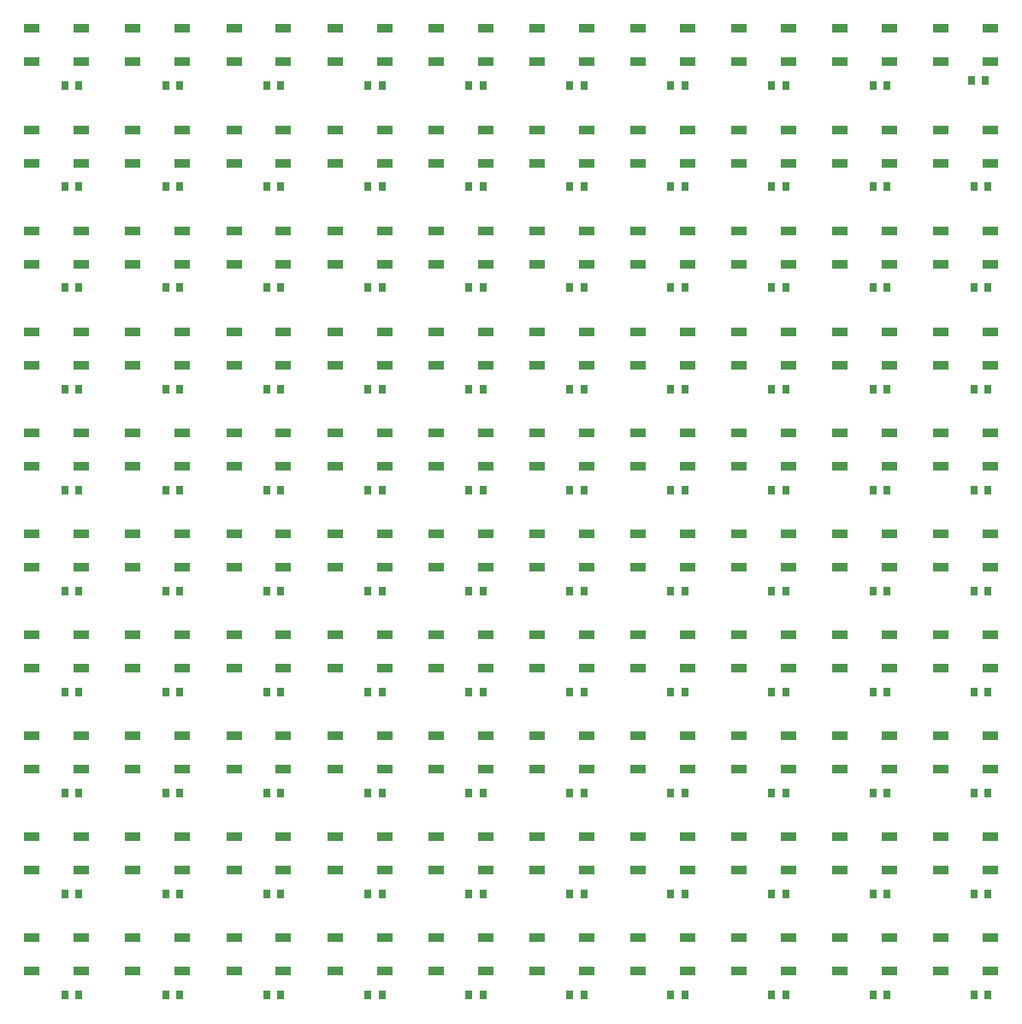
<source format=gtp>
G04*
G04 #@! TF.GenerationSoftware,Altium Limited,CircuitStudio,1.5.2 (30)*
G04*
G04 Layer_Color=7318015*
%FSLAX42Y42*%
%MOMM*%
G71*
G01*
G75*
%ADD10R,0.80X0.90*%
%ADD11R,1.50X0.90*%
D10*
X12195Y11750D02*
D03*
X12055D02*
D03*
X11220Y11700D02*
D03*
X11080D02*
D03*
X10220D02*
D03*
X10080D02*
D03*
X9220D02*
D03*
X9080D02*
D03*
X8220D02*
D03*
X8080D02*
D03*
X7220D02*
D03*
X7080D02*
D03*
X6220D02*
D03*
X6080D02*
D03*
X5220D02*
D03*
X5080D02*
D03*
X4220D02*
D03*
X4080D02*
D03*
X3220D02*
D03*
X3080D02*
D03*
X12220Y10700D02*
D03*
X12080D02*
D03*
X11220D02*
D03*
X11080D02*
D03*
X10220D02*
D03*
X10080D02*
D03*
X9220D02*
D03*
X9080D02*
D03*
X8220D02*
D03*
X8080D02*
D03*
X6220D02*
D03*
X6080D02*
D03*
X5220D02*
D03*
X5080D02*
D03*
X4220D02*
D03*
X4080D02*
D03*
X3220D02*
D03*
X3080D02*
D03*
X12220Y9700D02*
D03*
X12080D02*
D03*
X11220D02*
D03*
X11080D02*
D03*
X10220D02*
D03*
X10080D02*
D03*
X9220D02*
D03*
X9080D02*
D03*
X8220D02*
D03*
X8080D02*
D03*
X7220D02*
D03*
X7080D02*
D03*
X6220D02*
D03*
X6080D02*
D03*
X5220D02*
D03*
X5080D02*
D03*
X4220D02*
D03*
X4080D02*
D03*
X3220D02*
D03*
X3080D02*
D03*
X12220Y8700D02*
D03*
X12080D02*
D03*
X11220D02*
D03*
X11080D02*
D03*
X10220D02*
D03*
X10080D02*
D03*
X9220D02*
D03*
X9080D02*
D03*
X8220D02*
D03*
X8080D02*
D03*
X7220D02*
D03*
X7080D02*
D03*
X6220D02*
D03*
X6080D02*
D03*
X5220D02*
D03*
X5080D02*
D03*
X4220D02*
D03*
X4080D02*
D03*
X3220D02*
D03*
X3080D02*
D03*
X12220Y7700D02*
D03*
X12080D02*
D03*
X11220D02*
D03*
X11080D02*
D03*
X10220D02*
D03*
X10080D02*
D03*
X9220D02*
D03*
X9080D02*
D03*
X8220D02*
D03*
X8080D02*
D03*
X7220D02*
D03*
X7080D02*
D03*
X6220D02*
D03*
X6080D02*
D03*
X5220D02*
D03*
X5080D02*
D03*
X4220D02*
D03*
X4080D02*
D03*
X3220D02*
D03*
X3080D02*
D03*
X12220Y6700D02*
D03*
X12080D02*
D03*
X11220D02*
D03*
X11080D02*
D03*
X10220D02*
D03*
X10080D02*
D03*
X9220D02*
D03*
X9080D02*
D03*
X8220D02*
D03*
X8080D02*
D03*
X7220D02*
D03*
X7080D02*
D03*
X6220D02*
D03*
X6080D02*
D03*
X5220D02*
D03*
X5080D02*
D03*
X4220D02*
D03*
X4080D02*
D03*
X3220D02*
D03*
X3080D02*
D03*
X12220Y5700D02*
D03*
X12080D02*
D03*
X11220D02*
D03*
X11080D02*
D03*
X10220D02*
D03*
X10080D02*
D03*
X9220D02*
D03*
X9080D02*
D03*
X8220D02*
D03*
X8080D02*
D03*
X7220D02*
D03*
X7080D02*
D03*
X6220D02*
D03*
X6080D02*
D03*
X5220D02*
D03*
X5080D02*
D03*
X4220D02*
D03*
X4080D02*
D03*
X3220D02*
D03*
X3080D02*
D03*
X12220Y4700D02*
D03*
X12080D02*
D03*
X11220D02*
D03*
X11080D02*
D03*
X10220D02*
D03*
X10080D02*
D03*
X9220D02*
D03*
X9080D02*
D03*
X8220D02*
D03*
X8080D02*
D03*
X7220D02*
D03*
X7080D02*
D03*
X6220D02*
D03*
X6080D02*
D03*
X5220D02*
D03*
X5080D02*
D03*
X4220D02*
D03*
X4080D02*
D03*
X3220D02*
D03*
X3080D02*
D03*
X12220Y3700D02*
D03*
X12080D02*
D03*
X11220D02*
D03*
X11080D02*
D03*
X10220D02*
D03*
X10080D02*
D03*
X9220D02*
D03*
X9080D02*
D03*
X8220D02*
D03*
X8080D02*
D03*
X7220D02*
D03*
X7080D02*
D03*
X6220D02*
D03*
X6080D02*
D03*
X5220D02*
D03*
X5080D02*
D03*
X4220D02*
D03*
X4080D02*
D03*
X3220D02*
D03*
X3080D02*
D03*
X12220Y2700D02*
D03*
X12080D02*
D03*
X11220D02*
D03*
X11080D02*
D03*
X10220D02*
D03*
X10080D02*
D03*
X9220D02*
D03*
X9080D02*
D03*
X8220D02*
D03*
X8080D02*
D03*
X7220D02*
D03*
X7080D02*
D03*
X6220D02*
D03*
X6080D02*
D03*
X5220D02*
D03*
X5080D02*
D03*
X4220D02*
D03*
X4080D02*
D03*
X3220D02*
D03*
X3080D02*
D03*
X7220Y10700D02*
D03*
X7080D02*
D03*
D11*
X3755Y3265D02*
D03*
Y2935D02*
D03*
X4245Y3265D02*
D03*
Y2935D02*
D03*
X2755Y12265D02*
D03*
Y11935D02*
D03*
X3245Y12265D02*
D03*
Y11935D02*
D03*
X11755Y12265D02*
D03*
Y11935D02*
D03*
X12245Y12265D02*
D03*
Y11935D02*
D03*
X10755Y12265D02*
D03*
Y11935D02*
D03*
X11245Y12265D02*
D03*
Y11935D02*
D03*
X9755Y12265D02*
D03*
Y11935D02*
D03*
X10245Y12265D02*
D03*
Y11935D02*
D03*
X8755Y12265D02*
D03*
Y11935D02*
D03*
X9245Y12265D02*
D03*
Y11935D02*
D03*
X7755Y12265D02*
D03*
Y11935D02*
D03*
X8245Y12265D02*
D03*
Y11935D02*
D03*
X6755Y12265D02*
D03*
Y11935D02*
D03*
X7245Y12265D02*
D03*
Y11935D02*
D03*
X5755Y12265D02*
D03*
Y11935D02*
D03*
X6245Y12265D02*
D03*
Y11935D02*
D03*
X4755Y12265D02*
D03*
Y11935D02*
D03*
X5245Y12265D02*
D03*
Y11935D02*
D03*
X3755Y12265D02*
D03*
Y11935D02*
D03*
X4245Y12265D02*
D03*
Y11935D02*
D03*
X2755Y11265D02*
D03*
Y10935D02*
D03*
X3245Y11265D02*
D03*
Y10935D02*
D03*
X11755Y11265D02*
D03*
Y10935D02*
D03*
X12245Y11265D02*
D03*
Y10935D02*
D03*
X10755Y11265D02*
D03*
Y10935D02*
D03*
X11245Y11265D02*
D03*
Y10935D02*
D03*
X9755Y11265D02*
D03*
Y10935D02*
D03*
X10245Y11265D02*
D03*
Y10935D02*
D03*
X8755Y11265D02*
D03*
Y10935D02*
D03*
X9245Y11265D02*
D03*
Y10935D02*
D03*
X7755Y11265D02*
D03*
Y10935D02*
D03*
X8245Y11265D02*
D03*
Y10935D02*
D03*
X6755Y11265D02*
D03*
Y10935D02*
D03*
X7245Y11265D02*
D03*
Y10935D02*
D03*
X5755Y11265D02*
D03*
Y10935D02*
D03*
X6245Y11265D02*
D03*
Y10935D02*
D03*
X4755Y11265D02*
D03*
Y10935D02*
D03*
X5245Y11265D02*
D03*
Y10935D02*
D03*
X3755Y11265D02*
D03*
Y10935D02*
D03*
X4245Y11265D02*
D03*
Y10935D02*
D03*
X2755Y10265D02*
D03*
Y9935D02*
D03*
X3245Y10265D02*
D03*
Y9935D02*
D03*
X11755Y10265D02*
D03*
Y9935D02*
D03*
X12245Y10265D02*
D03*
Y9935D02*
D03*
X10755Y10265D02*
D03*
Y9935D02*
D03*
X11245Y10265D02*
D03*
Y9935D02*
D03*
X9755Y10265D02*
D03*
Y9935D02*
D03*
X10245Y10265D02*
D03*
Y9935D02*
D03*
X8755Y10265D02*
D03*
Y9935D02*
D03*
X9245Y10265D02*
D03*
Y9935D02*
D03*
X7755Y10265D02*
D03*
Y9935D02*
D03*
X8245Y10265D02*
D03*
Y9935D02*
D03*
X6755Y10265D02*
D03*
Y9935D02*
D03*
X7245Y10265D02*
D03*
Y9935D02*
D03*
X5755Y10265D02*
D03*
Y9935D02*
D03*
X6245Y10265D02*
D03*
Y9935D02*
D03*
X4755Y10265D02*
D03*
Y9935D02*
D03*
X5245Y10265D02*
D03*
Y9935D02*
D03*
X3755Y10265D02*
D03*
Y9935D02*
D03*
X4245Y10265D02*
D03*
Y9935D02*
D03*
X2755Y9265D02*
D03*
Y8935D02*
D03*
X3245Y9265D02*
D03*
Y8935D02*
D03*
X11755Y9265D02*
D03*
Y8935D02*
D03*
X12245Y9265D02*
D03*
Y8935D02*
D03*
X10755Y9265D02*
D03*
Y8935D02*
D03*
X11245Y9265D02*
D03*
Y8935D02*
D03*
X9755Y9265D02*
D03*
Y8935D02*
D03*
X10245Y9265D02*
D03*
Y8935D02*
D03*
X8755Y9265D02*
D03*
Y8935D02*
D03*
X9245Y9265D02*
D03*
Y8935D02*
D03*
X7755Y9265D02*
D03*
Y8935D02*
D03*
X8245Y9265D02*
D03*
Y8935D02*
D03*
X6755Y9265D02*
D03*
Y8935D02*
D03*
X7245Y9265D02*
D03*
Y8935D02*
D03*
X5755Y9265D02*
D03*
Y8935D02*
D03*
X6245Y9265D02*
D03*
Y8935D02*
D03*
X4755Y9265D02*
D03*
Y8935D02*
D03*
X5245Y9265D02*
D03*
Y8935D02*
D03*
X3755Y9265D02*
D03*
Y8935D02*
D03*
X4245Y9265D02*
D03*
Y8935D02*
D03*
X2755Y8265D02*
D03*
Y7935D02*
D03*
X3245Y8265D02*
D03*
Y7935D02*
D03*
X11755Y8265D02*
D03*
Y7935D02*
D03*
X12245Y8265D02*
D03*
Y7935D02*
D03*
X10755Y8265D02*
D03*
Y7935D02*
D03*
X11245Y8265D02*
D03*
Y7935D02*
D03*
X9755Y8265D02*
D03*
Y7935D02*
D03*
X10245Y8265D02*
D03*
Y7935D02*
D03*
X8755Y8265D02*
D03*
Y7935D02*
D03*
X9245Y8265D02*
D03*
Y7935D02*
D03*
X7755Y8265D02*
D03*
Y7935D02*
D03*
X8245Y8265D02*
D03*
Y7935D02*
D03*
X6755Y8265D02*
D03*
Y7935D02*
D03*
X7245Y8265D02*
D03*
Y7935D02*
D03*
X5755Y8265D02*
D03*
Y7935D02*
D03*
X6245Y8265D02*
D03*
Y7935D02*
D03*
X4755Y8265D02*
D03*
Y7935D02*
D03*
X5245Y8265D02*
D03*
Y7935D02*
D03*
X3755Y8265D02*
D03*
Y7935D02*
D03*
X4245Y8265D02*
D03*
Y7935D02*
D03*
X2755Y7265D02*
D03*
Y6935D02*
D03*
X3245Y7265D02*
D03*
Y6935D02*
D03*
X11755Y7265D02*
D03*
Y6935D02*
D03*
X12245Y7265D02*
D03*
Y6935D02*
D03*
X10755Y7265D02*
D03*
Y6935D02*
D03*
X11245Y7265D02*
D03*
Y6935D02*
D03*
X9755Y7265D02*
D03*
Y6935D02*
D03*
X10245Y7265D02*
D03*
Y6935D02*
D03*
X8755Y7265D02*
D03*
Y6935D02*
D03*
X9245Y7265D02*
D03*
Y6935D02*
D03*
X7755Y7265D02*
D03*
Y6935D02*
D03*
X8245Y7265D02*
D03*
Y6935D02*
D03*
X6755Y7265D02*
D03*
Y6935D02*
D03*
X7245Y7265D02*
D03*
Y6935D02*
D03*
X5755Y7265D02*
D03*
Y6935D02*
D03*
X6245Y7265D02*
D03*
Y6935D02*
D03*
X4755Y7265D02*
D03*
Y6935D02*
D03*
X5245Y7265D02*
D03*
Y6935D02*
D03*
X3755Y7265D02*
D03*
Y6935D02*
D03*
X4245Y7265D02*
D03*
Y6935D02*
D03*
X2755Y6265D02*
D03*
Y5935D02*
D03*
X3245Y6265D02*
D03*
Y5935D02*
D03*
X11755Y6265D02*
D03*
Y5935D02*
D03*
X12245Y6265D02*
D03*
Y5935D02*
D03*
X10755Y6265D02*
D03*
Y5935D02*
D03*
X11245Y6265D02*
D03*
Y5935D02*
D03*
X9755Y6265D02*
D03*
Y5935D02*
D03*
X10245Y6265D02*
D03*
Y5935D02*
D03*
X8755Y6265D02*
D03*
Y5935D02*
D03*
X9245Y6265D02*
D03*
Y5935D02*
D03*
X7755Y6265D02*
D03*
Y5935D02*
D03*
X8245Y6265D02*
D03*
Y5935D02*
D03*
X6755Y6265D02*
D03*
Y5935D02*
D03*
X7245Y6265D02*
D03*
Y5935D02*
D03*
X5755Y6265D02*
D03*
Y5935D02*
D03*
X6245Y6265D02*
D03*
Y5935D02*
D03*
X4755Y6265D02*
D03*
Y5935D02*
D03*
X5245Y6265D02*
D03*
Y5935D02*
D03*
X3755Y6265D02*
D03*
Y5935D02*
D03*
X4245Y6265D02*
D03*
Y5935D02*
D03*
X2755Y5265D02*
D03*
Y4935D02*
D03*
X3245Y5265D02*
D03*
Y4935D02*
D03*
X11755Y5265D02*
D03*
Y4935D02*
D03*
X12245Y5265D02*
D03*
Y4935D02*
D03*
X10755Y5265D02*
D03*
Y4935D02*
D03*
X11245Y5265D02*
D03*
Y4935D02*
D03*
X9755Y5265D02*
D03*
Y4935D02*
D03*
X10245Y5265D02*
D03*
Y4935D02*
D03*
X8755Y5265D02*
D03*
Y4935D02*
D03*
X9245Y5265D02*
D03*
Y4935D02*
D03*
X7755Y5265D02*
D03*
Y4935D02*
D03*
X8245Y5265D02*
D03*
Y4935D02*
D03*
X6755Y5265D02*
D03*
Y4935D02*
D03*
X7245Y5265D02*
D03*
Y4935D02*
D03*
X5755Y5265D02*
D03*
Y4935D02*
D03*
X6245Y5265D02*
D03*
Y4935D02*
D03*
X4755Y5265D02*
D03*
Y4935D02*
D03*
X5245Y5265D02*
D03*
Y4935D02*
D03*
X3755Y5265D02*
D03*
Y4935D02*
D03*
X4245Y5265D02*
D03*
Y4935D02*
D03*
X2755Y4265D02*
D03*
Y3935D02*
D03*
X3245Y4265D02*
D03*
Y3935D02*
D03*
X11755Y4265D02*
D03*
Y3935D02*
D03*
X12245Y4265D02*
D03*
Y3935D02*
D03*
X10755Y4265D02*
D03*
Y3935D02*
D03*
X11245Y4265D02*
D03*
Y3935D02*
D03*
X9755Y4265D02*
D03*
Y3935D02*
D03*
X10245Y4265D02*
D03*
Y3935D02*
D03*
X8755Y4265D02*
D03*
Y3935D02*
D03*
X9245Y4265D02*
D03*
Y3935D02*
D03*
X7755Y4265D02*
D03*
Y3935D02*
D03*
X8245Y4265D02*
D03*
Y3935D02*
D03*
X6755Y4265D02*
D03*
Y3935D02*
D03*
X7245Y4265D02*
D03*
Y3935D02*
D03*
X5755Y4265D02*
D03*
Y3935D02*
D03*
X6245Y4265D02*
D03*
Y3935D02*
D03*
X4755Y4265D02*
D03*
Y3935D02*
D03*
X5245Y4265D02*
D03*
Y3935D02*
D03*
X3755Y4265D02*
D03*
Y3935D02*
D03*
X4245Y4265D02*
D03*
Y3935D02*
D03*
X2755Y3265D02*
D03*
Y2935D02*
D03*
X3245Y3265D02*
D03*
Y2935D02*
D03*
X11755Y3265D02*
D03*
Y2935D02*
D03*
X12245Y3265D02*
D03*
Y2935D02*
D03*
X10755Y3265D02*
D03*
Y2935D02*
D03*
X11245Y3265D02*
D03*
Y2935D02*
D03*
X9755Y3265D02*
D03*
Y2935D02*
D03*
X10245Y3265D02*
D03*
Y2935D02*
D03*
X8755Y3265D02*
D03*
Y2935D02*
D03*
X9245Y3265D02*
D03*
Y2935D02*
D03*
X7755Y3265D02*
D03*
Y2935D02*
D03*
X8245Y3265D02*
D03*
Y2935D02*
D03*
X6755Y3265D02*
D03*
Y2935D02*
D03*
X7245Y3265D02*
D03*
Y2935D02*
D03*
X5755Y3265D02*
D03*
Y2935D02*
D03*
X6245Y3265D02*
D03*
Y2935D02*
D03*
X4755Y3265D02*
D03*
Y2935D02*
D03*
X5245Y3265D02*
D03*
Y2935D02*
D03*
M02*

</source>
